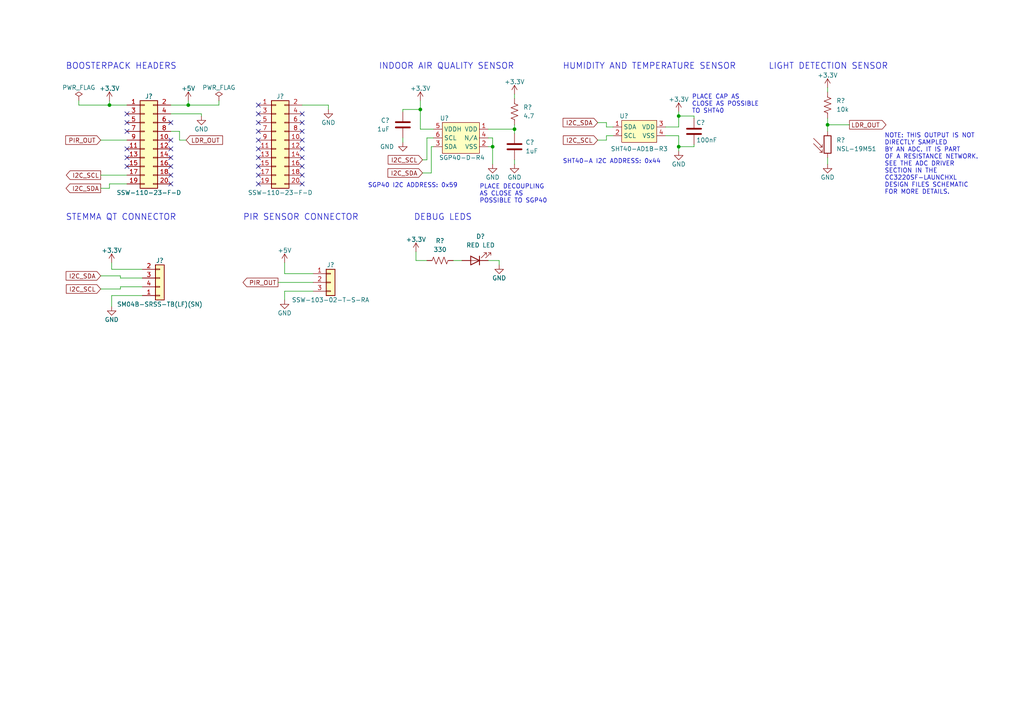
<source format=kicad_sch>
(kicad_sch (version 20211123) (generator eeschema)
  (paper "A4")
  (title_block (title "TI-FI DAUGHTERBOARD") (rev "0") (company "UNIVERSITY OF SOUTH CAROLINA") (comment 1 "<LICENSE URL HERE>") (comment 2 "LICENSE: <LICENSE TITLE HERE>"))
  (lib_symbols
    (symbol "Connector_Generic:Conn_01x03" (pin_names (offset 1.016) hide)
      (property "Reference" "J" (at 0 5.08 0))
      (property "Value" "Conn_01x03" (at 0 -5.08 0))
      (symbol "Conn_01x03_1_1"
        (rectangle (start -1.27 -2.413) (end 0 -2.667) (stroke (width 0.1524)))
        (rectangle (start -1.27 0.127) (end 0 -0.127) (stroke (width 0.1524)))
        (rectangle (start -1.27 2.667) (end 0 2.413) (stroke (width 0.1524)))
        (rectangle (start -1.27 3.81) (end 1.27 -3.81) (stroke (width 0.254)) (fill (type background)))
        (pin passive line (at -5.08 2.54 0) (length 3.81) (name "Pin_1") (number "1"))
        (pin passive line (at -5.08 0 0) (length 3.81) (name "Pin_2") (number "2"))
        (pin passive line (at -5.08 -2.54 0) (length 3.81) (name "Pin_3") (number "3"))
      )
    )
    (symbol "Connector_Generic:Conn_01x04" (pin_names (offset 1.016) hide)
      (property "Reference" "J?" (at 0 5.08 0))
      (property "Value" "SM04B-SRSS-TB(LF)(SN)" (at 0 -7.62 0))
      (symbol "Conn_01x04_1_1"
        (rectangle (start -1.27 -4.953) (end 0 -5.207) (stroke (width 0.1524)))
        (rectangle (start -1.27 -2.413) (end 0 -2.667) (stroke (width 0.1524)))
        (rectangle (start -1.27 0.127) (end 0 -0.127) (stroke (width 0.1524)))
        (rectangle (start -1.27 2.667) (end 0 2.413) (stroke (width 0.1524)))
        (rectangle (start -1.27 3.81) (end 1.27 -6.35) (stroke (width 0.254)) (fill (type background)))
        (pin passive line (at -5.08 -5.08 0) (length 3.81) (name "Pin_1") (number "1"))
        (pin passive line (at -5.08 2.54 0) (length 3.81) (name "Pin_2") (number "2"))
        (pin passive line (at -5.08 0 0) (length 3.81) (name "Pin_3") (number "3"))
        (pin passive line (at -5.08 -2.54 0) (length 3.81) (name "Pin_4") (number "4"))
      )
    )
    (symbol "Connector_Generic:Conn_02x10_Odd_Even" (pin_names (offset 1.016) hide)
      (property "Reference" "J" (at 1.27 12.7 0))
      (property "Value" "Conn_02x10_Odd_Even" (at 1.27 -15.24 0))
      (symbol "Conn_02x10_Odd_Even_1_1"
        (rectangle (start -1.27 -12.573) (end 0 -12.827) (stroke (width 0.1524)))
        (rectangle (start -1.27 -10.033) (end 0 -10.287) (stroke (width 0.1524)))
        (rectangle (start -1.27 -7.493) (end 0 -7.747) (stroke (width 0.1524)))
        (rectangle (start -1.27 -4.953) (end 0 -5.207) (stroke (width 0.1524)))
        (rectangle (start -1.27 -2.413) (end 0 -2.667) (stroke (width 0.1524)))
        (rectangle (start -1.27 0.127) (end 0 -0.127) (stroke (width 0.1524)))
        (rectangle (start -1.27 2.667) (end 0 2.413) (stroke (width 0.1524)))
        (rectangle (start -1.27 5.207) (end 0 4.953) (stroke (width 0.1524)))
        (rectangle (start -1.27 7.747) (end 0 7.493) (stroke (width 0.1524)))
        (rectangle (start -1.27 10.287) (end 0 10.033) (stroke (width 0.1524)))
        (rectangle (start -1.27 11.43) (end 3.81 -13.97) (stroke (width 0.254)) (fill (type background)))
        (rectangle (start 3.81 -12.573) (end 2.54 -12.827) (stroke (width 0.1524)))
        (rectangle (start 3.81 -10.033) (end 2.54 -10.287) (stroke (width 0.1524)))
        (rectangle (start 3.81 -7.493) (end 2.54 -7.747) (stroke (width 0.1524)))
        (rectangle (start 3.81 -4.953) (end 2.54 -5.207) (stroke (width 0.1524)))
        (rectangle (start 3.81 -2.413) (end 2.54 -2.667) (stroke (width 0.1524)))
        (rectangle (start 3.81 0.127) (end 2.54 -0.127) (stroke (width 0.1524)))
        (rectangle (start 3.81 2.667) (end 2.54 2.413) (stroke (width 0.1524)))
        (rectangle (start 3.81 5.207) (end 2.54 4.953) (stroke (width 0.1524)))
        (rectangle (start 3.81 7.747) (end 2.54 7.493) (stroke (width 0.1524)))
        (rectangle (start 3.81 10.287) (end 2.54 10.033) (stroke (width 0.1524)))
        (pin passive line (at -5.08 10.16 0) (length 3.81) (name "Pin_1") (number "1"))
        (pin passive line (at 7.62 0 180) (length 3.81) (name "Pin_10") (number "10"))
        (pin passive line (at -5.08 -2.54 0) (length 3.81) (name "Pin_11") (number "11"))
        (pin passive line (at 7.62 -2.54 180) (length 3.81) (name "Pin_12") (number "12"))
        (pin passive line (at -5.08 -5.08 0) (length 3.81) (name "Pin_13") (number "13"))
        (pin passive line (at 7.62 -5.08 180) (length 3.81) (name "Pin_14") (number "14"))
        (pin passive line (at -5.08 -7.62 0) (length 3.81) (name "Pin_15") (number "15"))
        (pin passive line (at 7.62 -7.62 180) (length 3.81) (name "Pin_16") (number "16"))
        (pin passive line (at -5.08 -10.16 0) (length 3.81) (name "Pin_17") (number "17"))
        (pin passive line (at 7.62 -10.16 180) (length 3.81) (name "Pin_18") (number "18"))
        (pin passive line (at -5.08 -12.7 0) (length 3.81) (name "Pin_19") (number "19"))
        (pin passive line (at 7.62 10.16 180) (length 3.81) (name "Pin_2") (number "2"))
        (pin passive line (at 7.62 -12.7 180) (length 3.81) (name "Pin_20") (number "20"))
        (pin passive line (at -5.08 7.62 0) (length 3.81) (name "Pin_3") (number "3"))
        (pin passive line (at 7.62 7.62 180) (length 3.81) (name "Pin_4") (number "4"))
        (pin passive line (at -5.08 5.08 0) (length 3.81) (name "Pin_5") (number "5"))
        (pin passive line (at 7.62 5.08 180) (length 3.81) (name "Pin_6") (number "6"))
        (pin passive line (at -5.08 2.54 0) (length 3.81) (name "Pin_7") (number "7"))
        (pin passive line (at 7.62 2.54 180) (length 3.81) (name "Pin_8") (number "8"))
        (pin passive line (at -5.08 0 0) (length 3.81) (name "Pin_9") (number "9"))
      )
    )
    (symbol "Device:C" (pin_numbers hide) (pin_names (offset 0.254))
      (property "Reference" "C" (at 0.635 2.54 0))
      (property "Value" "C" (at 0.635 -2.54 0))
      (symbol "C_0_1"
        (polyline (pts (xy -2.032 -0.762) (xy 2.032 -0.762)) (stroke (width 0.508)))
        (polyline (pts (xy -2.032 0.762) (xy 2.032 0.762)) (stroke (width 0.508)))
      )
      (symbol "C_1_1"
        (pin passive line (at 0 3.81 270) (length 2.794) (name "~") (number "1"))
        (pin passive line (at 0 -3.81 90) (length 2.794) (name "~") (number "2"))
      )
    )
    (symbol "Device:LED" (pin_numbers hide) (pin_names (offset 1.016) hide)
      (property "Reference" "D" (at 0 2.54 0))
      (property "Value" "LED" (at 0 -2.54 0))
      (symbol "LED_0_1"
        (polyline (pts (xy -1.27 -1.27) (xy -1.27 1.27)) (stroke (width 0.254)))
        (polyline (pts (xy -1.27 0) (xy 1.27 0)))
        (polyline (pts (xy 1.27 -1.27) (xy 1.27 1.27) (xy -1.27 0) (xy 1.27 -1.27)) (stroke (width 0.254)))
        (polyline (pts (xy -3.048 -0.762) (xy -4.572 -2.286) (xy -3.81 -2.286) (xy -4.572 -2.286) (xy -4.572 -1.524)))
        (polyline (pts (xy -1.778 -0.762) (xy -3.302 -2.286) (xy -2.54 -2.286) (xy -3.302 -2.286) (xy -3.302 -1.524)))
      )
      (symbol "LED_1_1"
        (pin passive line (at -3.81 0 0) (length 2.54) (name "K") (number "1"))
        (pin passive line (at 3.81 0 180) (length 2.54) (name "A") (number "2"))
      )
    )
    (symbol "Device:R_Photo" (pin_numbers hide) (pin_names (offset 0))
      (property "Reference" "R" (at 1.27 1.27 0))
      (property "Value" "R_Photo" (at 1.27 0 0))
      (symbol "R_Photo_0_1"
        (rectangle (start -1.016 2.54) (end 1.016 -2.54) (stroke (width 0.254)))
        (polyline (pts (xy -1.524 -2.286) (xy -4.064 0.254)))
        (polyline (pts (xy -1.524 -2.286) (xy -2.286 -2.286)))
        (polyline (pts (xy -1.524 -2.286) (xy -1.524 -1.524)))
        (polyline (pts (xy -1.524 -0.762) (xy -4.064 1.778)))
        (polyline (pts (xy -1.524 -0.762) (xy -2.286 -0.762)))
        (polyline (pts (xy -1.524 -0.762) (xy -1.524 0)))
      )
      (symbol "R_Photo_1_1"
        (pin passive line (at 0 3.81 270) (length 1.27) (name "~") (number "1"))
        (pin passive line (at 0 -3.81 90) (length 1.27) (name "~") (number "2"))
      )
    )
    (symbol "Device:R_US" (pin_numbers hide) (pin_names (offset 0))
      (property "Reference" "R" (at 2.54 0 90))
      (property "Value" "R_US" (at -2.54 0 90))
      (symbol "R_US_0_1"
        (polyline (pts (xy 0 -2.286) (xy 0 -2.54)))
        (polyline (pts (xy 0 2.286) (xy 0 2.54)))
        (polyline (pts (xy 0 -0.762) (xy 1.016 -1.143) (xy 0 -1.524) (xy -1.016 -1.905) (xy 0 -2.286)))
        (polyline (pts (xy 0 0.762) (xy 1.016 0.381) (xy 0 0) (xy -1.016 -0.381) (xy 0 -0.762)))
        (polyline (pts (xy 0 2.286) (xy 1.016 1.905) (xy 0 1.524) (xy -1.016 1.143) (xy 0 0.762)))
      )
      (symbol "R_US_1_1"
        (pin passive line (at 0 3.81 270) (length 1.27) (name "~") (number "1"))
        (pin passive line (at 0 -3.81 90) (length 1.27) (name "~") (number "2"))
      )
    )
    (symbol "power:+3.3V" (power) (pin_names (offset 0))
      (property "Value" "+3.3V" (at 0 3.556 0))
      (symbol "+3.3V_0_1"
        (polyline (pts (xy -0.762 1.27) (xy 0 2.54)))
        (polyline (pts (xy 0 0) (xy 0 2.54)))
        (polyline (pts (xy 0 2.54) (xy 0.762 1.27)))
      )
      (symbol "+3.3V_1_1"
        (pin power_in line (at 0 0 90) (length 0) hide (name "+3.3V") (number "1"))
      )
    )
    (symbol "power:+5V" (power) (pin_names (offset 0))
      (property "Value" "+5V" (at 0 3.556 0))
      (symbol "+5V_0_1"
        (polyline (pts (xy -0.762 1.27) (xy 0 2.54)))
        (polyline (pts (xy 0 0) (xy 0 2.54)))
        (polyline (pts (xy 0 2.54) (xy 0.762 1.27)))
      )
      (symbol "+5V_1_1"
        (pin power_in line (at 0 0 90) (length 0) hide (name "+5V") (number "1"))
      )
    )
    (symbol "power:GND" (power) (pin_names (offset 0))
      (property "Value" "GND" (at 0 -3.81 0))
      (symbol "GND_0_1"
        (polyline (pts (xy 0 0) (xy 0 -1.27) (xy 1.27 -1.27) (xy 0 -2.54) (xy -1.27 -1.27) (xy 0 -1.27)))
      )
      (symbol "GND_1_1"
        (pin power_in line (at 0 0 270) (length 0) hide (name "GND") (number "1"))
      )
    )
    (symbol "power:PWR_FLAG" (power) (pin_numbers hide) (pin_names (offset 0) hide)
      (property "Value" "PWR_FLAG" (at 0 3.81 0))
      (symbol "PWR_FLAG_0_0"
        (pin power_out line (at 0 0 90) (length 0) (name "pwr") (number "1"))
      )
      (symbol "PWR_FLAG_0_1"
        (polyline (pts (xy 0 0) (xy 0 1.27) (xy -1.016 1.905) (xy 0 2.54) (xy 1.016 1.905) (xy 0 1.27)))
      )
    )
    (symbol "tifi_symbols:SGP40-D-R4"
      (property "Reference" "U" (at -4.445 5.715 0))
      (property "Value" "SGP40-D-R4" (at 0.635 -5.715 0))
      (symbol "SGP40-D-R4_0_0"
        (pin power_in line (at 8.255 2.54 180) (length 2.54) (name "VDD") (number "1"))
        (pin power_in line (at 8.255 -2.54 180) (length 2.54) (name "VSS") (number "2"))
        (pin bidirectional line (at -7.62 -2.54 0) (length 2.54) (name "SDA") (number "3"))
        (pin power_in line (at 8.255 0 180) (length 2.54) (name "N/A") (number "4"))
      )
      (symbol "SGP40-D-R4_0_1"
        (rectangle (start -5.08 4.445) (end 5.715 -4.445) (fill (type background)))
      )
      (symbol "SGP40-D-R4_1_1"
        (pin power_in line (at -7.62 2.54 0) (length 2.54) (name "VDDH") (number "5"))
        (pin input line (at -7.62 0 0) (length 2.54) (name "SCL") (number "6"))
      )
    )
    (symbol "tifi_symbols:SHT40-AD1B-R3"
      (property "Reference" "U" (at -4.445 4.445 0))
      (property "Value" "SHT40-AD1B-R3" (at 0 -5.08 0))
      (symbol "SHT40-AD1B-R3_0_0"
        (pin bidirectional line (at -7.62 1.27 0) (length 2.54) (name "SDA") (number "1"))
        (pin input line (at -7.62 -1.27 0) (length 2.54) (name "SCL") (number "2"))
        (pin power_in line (at 7.62 1.27 180) (length 2.54) (name "VDD") (number "3"))
        (pin power_in line (at 7.62 -1.27 180) (length 2.54) (name "VSS") (number "4"))
      )
      (symbol "SHT40-AD1B-R3_0_1"
        (rectangle (start -5.08 3.175) (end 5.08 -3.175) (fill (type background)))
      )
    )
  )
  (junction (at 196.85 33.655))
  (junction (at 121.92 31.75))
  (junction (at 240.03 36.195))
  (junction (at 54.61 30.48))
  (junction (at 196.85 42.545))
  (junction (at 31.75 30.48))
  (junction (at 142.875 42.545))
  (junction (at 149.225 37.465))
  (no_connect (at 49.53 53.34))
  (no_connect (at 49.53 50.8))
  (no_connect (at 74.93 30.48))
  (no_connect (at 87.63 33.02))
  (no_connect (at 87.63 35.56))
  (no_connect (at 74.93 53.34))
  (no_connect (at 74.93 50.8))
  (no_connect (at 74.93 48.26))
  (no_connect (at 74.93 45.72))
  (no_connect (at 74.93 43.18))
  (no_connect (at 74.93 40.64))
  (no_connect (at 74.93 38.1))
  (no_connect (at 74.93 35.56))
  (no_connect (at 74.93 33.02))
  (no_connect (at 87.63 38.1))
  (no_connect (at 87.63 40.64))
  (no_connect (at 87.63 43.18))
  (no_connect (at 87.63 45.72))
  (no_connect (at 87.63 48.26))
  (no_connect (at 87.63 50.8))
  (no_connect (at 87.63 53.34))
  (no_connect (at 49.53 48.26))
  (no_connect (at 49.53 45.72))
  (no_connect (at 49.53 43.18))
  (no_connect (at 49.53 40.64))
  (no_connect (at 36.83 33.02))
  (no_connect (at 36.83 35.56))
  (no_connect (at 36.83 38.1))
  (no_connect (at 36.83 43.18))
  (no_connect (at 36.83 45.72))
  (no_connect (at 36.83 48.26))
  (no_connect (at 49.53 35.56))
  (wire (pts (xy 175.895 36.83) (xy 177.8 36.83)))
  (wire (pts (xy 240.03 36.195) (xy 246.38 36.195)))
  (wire (pts (xy 31.75 30.48) (xy 36.83 30.48)))
  (wire (pts (xy 240.03 34.29) (xy 240.03 36.195)))
  (wire (pts (xy 131.445 75.565) (xy 133.985 75.565)))
  (wire (pts (xy 196.85 32.385) (xy 196.85 33.655)))
  (wire (pts (xy 122.555 46.355) (xy 123.825 46.355)))
  (wire (pts (xy 121.92 29.21) (xy 121.92 31.75)))
  (wire (pts (xy 22.86 29.21) (xy 22.86 30.48)))
  (wire (pts (xy 32.385 78.105) (xy 41.275 78.105)))
  (wire (pts (xy 31.75 29.21) (xy 31.75 30.48)))
  (wire (pts (xy 149.225 46.355) (xy 149.225 47.625)))
  (wire (pts (xy 120.65 73.025) (xy 120.65 75.565)))
  (wire (pts (xy 144.78 76.835) (xy 144.78 75.565)))
  (wire (pts (xy 149.225 37.465) (xy 149.225 38.735)))
  (wire (pts (xy 196.85 33.655) (xy 196.85 36.83)))
  (wire (pts (xy 34.925 83.82) (xy 34.925 83.185)))
  (wire (pts (xy 29.21 50.8) (xy 36.83 50.8)))
  (wire (pts (xy 49.53 33.02) (xy 58.42 33.02)))
  (wire (pts (xy 54.61 29.21) (xy 54.61 30.48)))
  (wire (pts (xy 201.295 34.29) (xy 201.295 33.655)))
  (wire (pts (xy 116.84 31.75) (xy 121.92 31.75)))
  (wire (pts (xy 123.825 46.355) (xy 123.825 40.005)))
  (wire (pts (xy 116.84 40.005) (xy 116.84 41.275)))
  (wire (pts (xy 32.385 88.9) (xy 32.385 85.725)))
  (wire (pts (xy 63.5 30.48) (xy 54.61 30.48)))
  (wire (pts (xy 173.355 40.64) (xy 175.895 40.64)))
  (wire (pts (xy 82.55 86.995) (xy 82.55 84.455)))
  (wire (pts (xy 121.92 37.465) (xy 125.73 37.465)))
  (wire (pts (xy 196.85 42.545) (xy 196.85 43.815)))
  (wire (pts (xy 175.895 40.64) (xy 175.895 39.37)))
  (wire (pts (xy 142.875 47.625) (xy 142.875 42.545)))
  (wire (pts (xy 82.55 84.455) (xy 90.805 84.455)))
  (wire (pts (xy 149.225 27.305) (xy 149.225 28.575)))
  (wire (pts (xy 29.21 54.61) (xy 31.75 54.61)))
  (wire (pts (xy 240.03 45.72) (xy 240.03 47.625)))
  (wire (pts (xy 144.78 75.565) (xy 141.605 75.565)))
  (wire (pts (xy 95.25 31.75) (xy 95.25 30.48)))
  (wire (pts (xy 175.895 39.37) (xy 177.8 39.37)))
  (wire (pts (xy 175.895 35.56) (xy 175.895 36.83)))
  (wire (pts (xy 32.385 85.725) (xy 41.275 85.725)))
  (wire (pts (xy 240.03 25.4) (xy 240.03 26.67)))
  (wire (pts (xy 120.65 75.565) (xy 123.825 75.565)))
  (wire (pts (xy 95.25 30.48) (xy 87.63 30.48)))
  (wire (pts (xy 63.5 29.21) (xy 63.5 30.48)))
  (wire (pts (xy 122.555 50.165) (xy 125.095 50.165)))
  (wire (pts (xy 82.55 76.2) (xy 82.55 79.375)))
  (wire (pts (xy 149.225 36.195) (xy 149.225 37.465)))
  (wire (pts (xy 121.92 31.75) (xy 121.92 37.465)))
  (wire (pts (xy 52.07 38.1) (xy 49.53 38.1)))
  (wire (pts (xy 123.825 40.005) (xy 125.73 40.005)))
  (wire (pts (xy 125.095 50.165) (xy 125.095 42.545)))
  (wire (pts (xy 29.21 83.82) (xy 34.925 83.82)))
  (wire (pts (xy 116.84 32.385) (xy 116.84 31.75)))
  (wire (pts (xy 54.61 30.48) (xy 49.53 30.48)))
  (wire (pts (xy 201.295 41.91) (xy 201.295 42.545)))
  (wire (pts (xy 29.21 40.64) (xy 36.83 40.64)))
  (wire (pts (xy 141.605 40.005) (xy 142.875 40.005)))
  (wire (pts (xy 141.605 37.465) (xy 149.225 37.465)))
  (wire (pts (xy 196.85 39.37) (xy 196.85 42.545)))
  (wire (pts (xy 142.875 40.005) (xy 142.875 42.545)))
  (wire (pts (xy 53.975 40.64) (xy 52.07 40.64)))
  (wire (pts (xy 34.925 80.645) (xy 41.275 80.645)))
  (wire (pts (xy 173.355 35.56) (xy 175.895 35.56)))
  (wire (pts (xy 58.42 33.02) (xy 58.42 33.655)))
  (wire (pts (xy 32.385 76.2) (xy 32.385 78.105)))
  (wire (pts (xy 29.21 80.01) (xy 34.925 80.01)))
  (wire (pts (xy 125.095 42.545) (xy 125.73 42.545)))
  (wire (pts (xy 240.03 36.195) (xy 240.03 38.1)))
  (wire (pts (xy 193.04 39.37) (xy 196.85 39.37)))
  (wire (pts (xy 201.295 42.545) (xy 196.85 42.545)))
  (wire (pts (xy 22.86 30.48) (xy 31.75 30.48)))
  (wire (pts (xy 201.295 33.655) (xy 196.85 33.655)))
  (wire (pts (xy 34.925 80.01) (xy 34.925 80.645)))
  (wire (pts (xy 31.75 53.34) (xy 36.83 53.34)))
  (wire (pts (xy 142.875 42.545) (xy 141.605 42.545)))
  (wire (pts (xy 82.55 79.375) (xy 90.805 79.375)))
  (wire (pts (xy 52.07 40.64) (xy 52.07 38.1)))
  (wire (pts (xy 34.925 83.185) (xy 41.275 83.185)))
  (wire (pts (xy 80.645 81.915) (xy 90.805 81.915)))
  (wire (pts (xy 193.04 36.83) (xy 196.85 36.83)))
  (wire (pts (xy 31.75 53.34) (xy 31.75 54.61)))
  (text "DEBUG LEDS" (at 120.015 64.135 0) (effects (font (size 1.778 1.778)) (justify left bottom)))
  (text "PLACE DECOUPLING\nAS CLOSE AS\nPOSSIBLE TO SGP40" (at 139.065 59.055 0) (effects (font (size 1.27 1.27)) (justify left bottom)))
  (text "SHT40-A I2C ADDRESS: 0x44" (at 163.195 47.625 0) (effects (font (size 1.27 1.27)) (justify left bottom)))
  (text "SGP40 I2C ADDRESS: 0x59" (at 106.68 54.61 0) (effects (font (size 1.27 1.27)) (justify left bottom)))
  (text "PLACE CAP AS \nCLOSE AS POSSIBLE\nTO SHT40" (at 200.66 33.02 0) (effects (font (size 1.27 1.27)) (justify left bottom)))
  (text "LIGHT DETECTION SENSOR" (at 222.885 20.32 0) (effects (font (size 1.778 1.778)) (justify left bottom)))
  (text "PIR SENSOR CONNECTOR" (at 70.485 64.135 0) (effects (font (size 1.778 1.778)) (justify left bottom)))
  (text "STEMMA QT CONNECTOR" (at 19.05 64.135 0) (effects (font (size 1.778 1.778)) (justify left bottom)))
  (text "HUMIDITY AND TEMPERATURE SENSOR" (at 163.195 20.32 0) (effects (font (size 1.778 1.778)) (justify left bottom)))
  (text "INDOOR AIR QUALITY SENSOR" (at 109.855 20.32 0) (effects (font (size 1.778 1.778)) (justify left bottom)))
  (text "BOOSTERPACK HEADERS" (at 19.05 20.32 0) (effects (font (size 1.778 1.778)) (justify left bottom)))
  (text "NOTE: THIS OUTPUT IS NOT\nDIRECTLY SAMPLED\nBY AN ADC. IT IS PART\nOF A RESISTANCE NETWORK.\nSEE THE ADC DRIVER\nSECTION IN THE\nCC3220SF-LAUNCHXL\nDESIGN FILES SCHEMATIC\nFOR MORE DETAILS." (at 256.54 56.515 0) (effects (font (size 1.27 1.27)) (justify left bottom)))
  (global_label "I2C_SCL" (shape input) (at 122.555 46.355 180) (property "Intersheet References" "${INTERSHEET_REFS}" (effects hide)))
  (global_label "LDR_OUT" (shape input) (at 53.975 40.64 0) (property "Intersheet References" "${INTERSHEET_REFS}" (effects hide)))
  (global_label "I2C_SDA" (shape input) (at 29.21 80.01 180) (property "Intersheet References" "${INTERSHEET_REFS}" (effects hide)))
  (global_label "I2C_SDA" (shape output) (at 29.21 54.61 180) (property "Intersheet References" "${INTERSHEET_REFS}" (effects hide)))
  (global_label "PIR_OUT" (shape input) (at 29.21 40.64 180) (property "Intersheet References" "${INTERSHEET_REFS}" (effects hide)))
  (global_label "I2C_SDA" (shape input) (at 122.555 50.165 180) (property "Intersheet References" "${INTERSHEET_REFS}" (effects hide)))
  (global_label "LDR_OUT" (shape output) (at 246.38 36.195 0) (property "Intersheet References" "${INTERSHEET_REFS}" (effects hide)))
  (global_label "I2C_SCL" (shape output) (at 29.21 50.8 180) (property "Intersheet References" "${INTERSHEET_REFS}" (effects hide)))
  (global_label "I2C_SDA" (shape input) (at 173.355 35.56 180) (property "Intersheet References" "${INTERSHEET_REFS}" (effects hide)))
  (global_label "PIR_OUT" (shape output) (at 80.645 81.915 180) (property "Intersheet References" "${INTERSHEET_REFS}" (effects hide)))
  (global_label "I2C_SCL" (shape input) (at 29.21 83.82 180) (property "Intersheet References" "${INTERSHEET_REFS}" (effects hide)))
  (global_label "I2C_SCL" (shape input) (at 173.355 40.64 180) (property "Intersheet References" "${INTERSHEET_REFS}" (effects hide)))
  (symbol (lib_id "Connector_Generic:Conn_02x10_Odd_Even") (at 80.01 40.64 0) (unit 1)
    (property "Reference" "J?" (at 81.28 27.94 0))
    (property "Value" "SSW-110-23-F-D" (at 81.28 55.88 0))
    (property "Footprint" "Connector_PinHeader_2.54mm:PinHeader_2x10_P2.54mm_Vertical" (effects hide))
  )
  (symbol (lib_id "Connector_Generic:Conn_01x03") (at 95.885 81.915 0) (unit 1)
    (property "Reference" "J?" (at 95.885 76.835 0))
    (property "Value" "SSW-103-02-T-S-RA" (at 95.885 86.995 0))
    (property "Footprint" "Connector_PinSocket_2.54mm:PinSocket_1x03_P2.54mm_Horizontal" (effects hide))
  )
  (symbol (lib_id "tifi_symbols:SGP40-D-R4") (at 133.35 40.005 0) (unit 1)
    (property "Reference" "U?" (at 128.905 34.29 0))
    (property "Value" "SGP40-D-R4" (at 133.985 45.72 0))
    (property "Datasheet" "https://sensirion.com/media/documents/296373BB/6203C5DF/Sensirion_Gas_Sensors_Datasheet_SGP40.pdf" (effects hide))
  )
  (symbol (lib_id "tifi_symbols:SHT40-AD1B-R3") (at 185.42 38.1 0) (unit 1)
    (property "Reference" "U?" (at 180.975 33.655 0))
    (property "Value" "SHT40-AD1B-R3" (at 185.42 43.18 0))
    (property "Datasheet" "https://sensirion.com/media/documents/33FD6951/624C4357/Datasheet_SHT4x.pdf" (effects hide))
  )
  (symbol (lib_id "power:GND") (at 240.03 47.625 0) (unit 1)
    (property "Reference" "#PWR0113" (effects hide))
    (property "Value" "GND" (at 240.03 51.435 0))
  )
  (symbol (lib_id "Device:C") (at 201.295 38.1 0) (unit 1)
    (property "Reference" "C?" (at 201.93 35.56 0) (effects (justify left)))
    (property "Value" "100nF" (at 201.93 40.64 0) (effects (justify left)))
  )
  (symbol (lib_id "power:+5V") (at 54.61 29.21 0) (unit 1)
    (property "Reference" "#PWR0109" (effects hide))
    (property "Value" "+5V" (at 54.61 25.654 0))
  )
  (symbol (lib_id "power:+3.3V") (at 240.03 25.4 0) (unit 1)
    (property "Reference" "#PWR0114" (effects hide))
    (property "Value" "+3.3V" (at 240.03 21.844 0))
  )
  (symbol (lib_id "power:GND") (at 144.78 76.835 0) (unit 1)
    (property "Reference" "#PWR?" (effects hide))
    (property "Value" "GND" (at 144.78 80.645 0))
  )
  (symbol (lib_id "power:+3.3V") (at 149.225 27.305 0) (unit 1)
    (property "Reference" "#PWR0107" (effects hide))
    (property "Value" "+3.3V" (at 149.225 23.749 0))
  )
  (symbol (lib_id "Device:C") (at 149.225 42.545 0) (unit 1)
    (property "Reference" "C?" (at 152.4 41.2749 0) (effects (justify left)))
    (property "Value" "1uF" (at 152.4 43.8149 0) (effects (justify left)))
  )
  (symbol (lib_id "power:GND") (at 196.85 43.815 0) (unit 1)
    (property "Reference" "#PWR0115" (effects hide))
    (property "Value" "GND" (at 196.85 47.625 0))
  )
  (symbol (lib_id "power:+3.3V") (at 120.65 73.025 0) (unit 1)
    (property "Reference" "#PWR?" (effects hide))
    (property "Value" "+3.3V" (at 120.65 69.469 0))
  )
  (symbol (lib_id "power:+3.3V") (at 32.385 76.2 0) (unit 1)
    (property "Reference" "#PWR0117" (effects hide))
    (property "Value" "+3.3V" (at 32.385 72.644 0))
  )
  (symbol (lib_id "power:GND") (at 116.84 41.275 0) (unit 1)
    (property "Reference" "#PWR0106" (effects hide))
    (property "Value" "GND" (at 114.3 42.5449 0) (effects (justify right)))
  )
  (symbol (lib_id "power:GND") (at 149.225 47.625 0) (unit 1)
    (property "Reference" "#PWR0103" (effects hide))
    (property "Value" "GND" (at 149.225 51.435 0))
  )
  (symbol (lib_id "power:GND") (at 58.42 33.655 0) (unit 1)
    (property "Reference" "#PWR0112" (effects hide))
    (property "Value" "GND" (at 58.42 37.465 0))
  )
  (symbol (lib_id "Device:R_US") (at 149.225 32.385 0) (unit 1)
    (property "Reference" "R?" (at 151.765 31.1149 0) (effects (justify left)))
    (property "Value" "4.7" (at 151.765 33.6549 0) (effects (justify left)))
  )
  (symbol (lib_id "power:+3.3V") (at 196.85 32.385 0) (unit 1)
    (property "Reference" "#PWR0108" (effects hide))
    (property "Value" "+3.3V" (at 196.85 28.829 0))
  )
  (symbol (lib_id "Connector_Generic:Conn_01x04") (at 46.355 80.645 0) (unit 1)
    (property "Reference" "J?" (at 46.355 75.565 0))
    (property "Value" "SM04B-SRSS-TB(LF)(SN)" (at 46.355 88.265 0))
    (property "Footprint" "STEMMA_QT:JST_SM04B-SRSS-TB(LF)(SN)" (effects hide))
    (property "Datasheet" "https://www.farnell.com/datasheets/2082363.pdf" (effects hide))
  )
  (symbol (lib_id "power:+5V") (at 82.55 76.2 0) (unit 1)
    (property "Reference" "#PWR?" (effects hide))
    (property "Value" "+5V" (at 82.55 72.644 0))
  )
  (symbol (lib_id "power:GND") (at 95.25 31.75 0) (unit 1)
    (property "Reference" "#PWR0111" (effects hide))
    (property "Value" "GND" (at 95.25 35.56 0))
  )
  (symbol (lib_id "power:GND") (at 142.875 47.625 0) (unit 1)
    (property "Reference" "#PWR0104" (effects hide))
    (property "Value" "GND" (at 142.875 51.435 0))
  )
  (symbol (lib_id "Device:R_US") (at 240.03 30.48 0) (unit 1)
    (property "Reference" "R?" (at 242.57 29.2099 0) (effects (justify left)))
    (property "Value" "10k" (at 242.57 31.7499 0) (effects (justify left)))
  )
  (symbol (lib_id "power:GND") (at 82.55 86.995 0) (unit 1)
    (property "Reference" "#PWR?" (effects hide))
    (property "Value" "GND" (at 82.55 90.805 0))
  )
  (symbol (lib_id "power:PWR_FLAG") (at 63.5 29.21 0) (unit 1)
    (property "Reference" "#FLG?" (effects hide))
    (property "Value" "PWR_FLAG" (at 63.5 25.4 0))
  )
  (symbol (lib_id "power:+3.3V") (at 121.92 29.21 0) (unit 1)
    (property "Reference" "#PWR0105" (effects hide))
    (property "Value" "+3.3V" (at 121.92 25.654 0))
  )
  (symbol (lib_id "Device:LED") (at 137.795 75.565 180) (unit 1)
    (property "Reference" "D?" (at 139.3825 68.58 0))
    (property "Value" "RED LED" (at 139.3825 71.12 0))
    (property "Footprint" "LED_SMD:LED_0805_2012Metric_Pad1.15x1.40mm_HandSolder" (effects hide))
    (property "Datasheet" "https://www.we-online.com/katalog/datasheet/150080RS75000.pdf" (effects hide))
  )
  (symbol (lib_id "Device:C") (at 116.84 36.195 0) (unit 1)
    (property "Reference" "C?" (at 113.03 34.9249 0) (effects (justify right)))
    (property "Value" "1uF" (at 113.03 37.4649 0) (effects (justify right)))
  )
  (symbol (lib_id "Connector_Generic:Conn_02x10_Odd_Even") (at 41.91 40.64 0) (unit 1)
    (property "Reference" "J?" (at 43.18 27.94 0))
    (property "Value" "SSW-110-23-F-D" (at 43.18 55.88 0))
    (property "Footprint" "Connector_PinHeader_2.54mm:PinHeader_2x10_P2.54mm_Vertical" (effects hide))
  )
  (symbol (lib_id "Device:R_US") (at 127.635 75.565 90) (unit 1)
    (property "Reference" "R?" (at 127.635 69.85 90))
    (property "Value" "330" (at 127.635 72.39 90))
  )
  (symbol (lib_id "Device:R_Photo") (at 240.03 41.91 0) (unit 1)
    (property "Reference" "R?" (at 242.57 40.6399 0) (effects (justify left)))
    (property "Value" "NSL-19M51" (at 242.57 43.1799 0) (effects (justify left)))
    (property "Footprint" "OptoDevice:R_LDR_4.9x4.2mm_P2.54mm_Vertical" (effects hide))
    (property "Datasheet" "https://media.digikey.com/pdf/Data%20Sheets/Photonic%20Detetectors%20Inc%20PDFs/NSL-19M51_rev01-04-16.pdf" (effects hide))
  )
  (symbol (lib_id "power:PWR_FLAG") (at 22.86 29.21 0) (unit 1)
    (property "Reference" "#FLG?" (effects hide))
    (property "Value" "PWR_FLAG" (at 22.86 25.4 0))
  )
  (symbol (lib_id "power:+3.3V") (at 31.75 29.21 0) (unit 1)
    (property "Reference" "#PWR0110" (effects hide))
    (property "Value" "+3.3V" (at 31.75 25.654 0))
  )
  (symbol (lib_id "power:GND") (at 32.385 88.9 0) (unit 1)
    (property "Reference" "#PWR0116" (effects hide))
    (property "Value" "GND" (at 32.385 92.71 0))
  )
)
</source>
